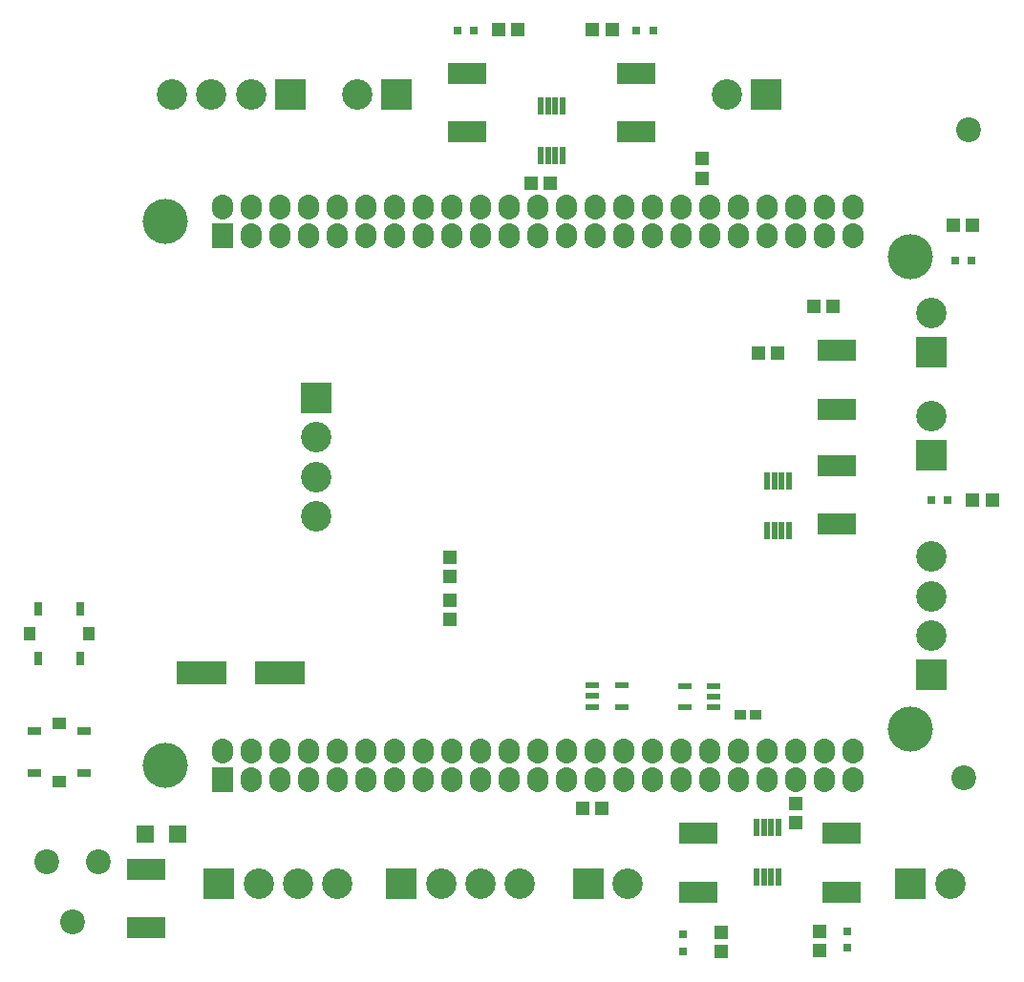
<source format=gts>
G04 DipTrace 3.3.1.3*
G04 Hypermaq Powerboard 031.gts*
%MOMM*%
G04 #@! TF.FileFunction,Soldermask,Top*
G04 #@! TF.Part,Single*
%ADD34R,0.8X0.8*%
%ADD50R,1.2X0.55*%
%ADD53C,4.0*%
%ADD59R,1.10015X0.90015*%
%ADD63R,1.20015X1.00015*%
%ADD65R,1.20015X0.80015*%
%ADD67R,1.00015X1.20015*%
%ADD69R,0.80015X1.20015*%
%ADD71R,0.60015X1.60015*%
%ADD73R,1.30015X1.20015*%
%ADD75R,1.20015X1.30015*%
%ADD77C,2.20015*%
%ADD79R,1.90015X2.20015*%
%ADD81O,1.90015X2.20015*%
%ADD83R,2.70015X2.70015*%
%ADD85C,2.70015*%
%ADD87R,3.35015X1.98015*%
%ADD89R,1.50015X1.60015*%
%ADD93R,4.40015X2.10015*%
%FSLAX35Y35*%
G04*
G71*
G90*
G75*
G01*
G04 TopMask*
%LPD*%
D93*
X1020000Y820000D3*
X320000D3*
D34*
X2740000Y6522507D3*
X2590000D3*
D89*
X-180000Y-610000D3*
X110000D3*
D87*
X-170000Y-1440000D3*
Y-920000D3*
X2680000Y6140000D3*
Y5620000D3*
D85*
X1527500Y-1050000D3*
X1177500D3*
X827500D3*
D83*
X477500D3*
D85*
X60000Y5950000D3*
X410000D3*
X760000D3*
D83*
X1110000D3*
D85*
X1700000D3*
D83*
X2050000D3*
D81*
X508000Y4953000D3*
X762000D3*
X1016000D3*
X1270000D3*
X1524000D3*
X1778000D3*
X2032000D3*
X2286000D3*
X2540000D3*
X2794000D3*
X3048000D3*
X3302000D3*
X3556000D3*
X3810000D3*
X4064000D3*
X4318000D3*
X4572000D3*
X4826000D3*
X5080000D3*
X5334000D3*
X5588000D3*
X5842000D3*
X6096000D3*
Y4699000D3*
X5842000D3*
X5588000D3*
X5334000D3*
X5080000D3*
X4826000D3*
X4572000D3*
X4318000D3*
X4064000D3*
X3810000D3*
X3556000D3*
X3302000D3*
X3048000D3*
X2794000D3*
X2540000D3*
X2286000D3*
X2032000D3*
X1778000D3*
X1524000D3*
X1270000D3*
X1016000D3*
X762000D3*
D79*
X508000D3*
D81*
Y127000D3*
X762000D3*
X1016000D3*
X1270000D3*
X1524000D3*
X1778000D3*
X2032000D3*
X2286000D3*
X2540000D3*
X2794000D3*
X3048000D3*
X3302000D3*
X3556000D3*
X3810000D3*
X4064000D3*
X4318000D3*
X4572000D3*
X4826000D3*
X5080000D3*
X5334000D3*
X5588000D3*
X5842000D3*
X6096000D3*
Y-127000D3*
X5842000D3*
X5588000D3*
X5334000D3*
X5080000D3*
X4826000D3*
X4572000D3*
X4318000D3*
X4064000D3*
X3810000D3*
X3556000D3*
X3302000D3*
X3048000D3*
X2794000D3*
X2540000D3*
X2286000D3*
X2032000D3*
X1778000D3*
X1524000D3*
X1270000D3*
X1016000D3*
X762000D3*
D79*
X508000D3*
D77*
X-820000Y-1390000D3*
X-590000Y-860000D3*
X-1050000D3*
D85*
X3145000Y-1050000D3*
X2795000D3*
X2445000D3*
D83*
X2095000D3*
D77*
X7080000Y-110000D3*
D75*
X4760000Y5380000D3*
Y5210000D3*
D73*
X5430000Y3660000D3*
X5260000D3*
D75*
X5590000Y-510000D3*
Y-340000D3*
D73*
X3245000Y5165000D3*
X3415000D3*
X3700000Y-380000D3*
X3870000D3*
D71*
X3330000Y5410000D3*
X3395000D3*
X3460000D3*
X3525000D3*
Y5850000D3*
X3460000D3*
X3395000D3*
X3330000D3*
X5437500Y-547500D3*
X5372500D3*
X5307500D3*
X5242500D3*
Y-987500D3*
X5307500D3*
X5372500D3*
X5437500D3*
X5530000Y2520000D3*
X5465000D3*
X5400000D3*
X5335000D3*
Y2080000D3*
X5400000D3*
X5465000D3*
X5530000D3*
D73*
X3130000Y6526683D3*
X2960000D3*
X5920000Y4070000D3*
X5750000D3*
D69*
X-751813Y950000D3*
Y1390000D3*
X-1121813D3*
Y950000D3*
D67*
X-676813Y1170000D3*
X-1196813D3*
D65*
X-719377Y300000D3*
X-1159377D3*
Y-70000D3*
X-719377D3*
D63*
X-939377Y375000D3*
Y-145000D3*
D34*
X4180000Y6520000D3*
X4330000D3*
D87*
X4180000Y6140000D3*
Y5620000D3*
D85*
X4980000Y5950000D3*
D83*
X5330000D3*
D73*
X3790000Y6525223D3*
X3960000D3*
D34*
X6050000Y-1620000D3*
Y-1470000D3*
D87*
X6000000Y-605000D3*
Y-1125000D3*
D85*
X6960000Y-1050000D3*
D83*
X6610000D3*
D75*
X5800000Y-1470000D3*
Y-1640000D3*
D34*
X4590000Y-1650000D3*
Y-1500000D3*
D87*
X4730000Y-605000D3*
Y-1125000D3*
D85*
X4100000Y-1050000D3*
D83*
X3750000D3*
D75*
X4930000Y-1480000D3*
Y-1650000D3*
D85*
X6790000Y1850000D3*
Y1500000D3*
Y1150000D3*
D83*
Y800000D3*
D34*
X6940000Y2350000D3*
X6790000D3*
D87*
X5955000Y2140000D3*
Y2660000D3*
D85*
X6790000Y3100000D3*
D83*
Y2750000D3*
D73*
X7330000Y2350000D3*
X7160000D3*
D34*
X7150000Y4480000D3*
X7000000D3*
D87*
X5955000Y3160000D3*
Y3680000D3*
D85*
X6792500Y4015000D3*
D83*
Y3665000D3*
D73*
X6985000Y4795000D3*
X7155000D3*
D77*
X7120000Y5640000D3*
D85*
X1340000Y2210000D3*
Y2560000D3*
Y2910000D3*
D83*
Y3260000D3*
D50*
X3790000Y710000D3*
Y615000D3*
Y520000D3*
X4050020D3*
Y710000D3*
X4865010Y515010D3*
Y610010D3*
Y705010D3*
X4604990D3*
Y515010D3*
D75*
X2525000Y1675000D3*
Y1845000D3*
Y1295000D3*
Y1465000D3*
D59*
X5230000Y450000D3*
X5100000D3*
D53*
X0Y4826000D3*
X6604000Y4508500D3*
Y317500D3*
X0Y0D3*
M02*

</source>
